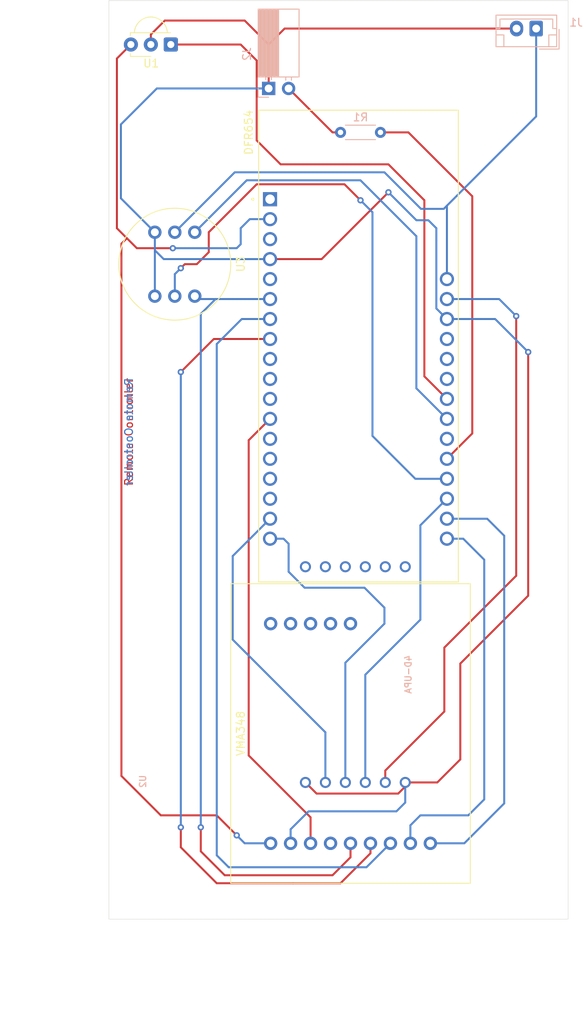
<source format=kicad_pcb>
(kicad_pcb (version 20171130) (host pcbnew "(5.1.9)-1")

  (general
    (thickness 1.6)
    (drawings 11)
    (tracks 171)
    (zones 0)
    (modules 8)
    (nets 19)
  )

  (page A4)
  (layers
    (0 F.Cu signal)
    (31 B.Cu signal)
    (32 B.Adhes user)
    (33 F.Adhes user)
    (34 B.Paste user)
    (35 F.Paste user)
    (36 B.SilkS user)
    (37 F.SilkS user)
    (38 B.Mask user)
    (39 F.Mask user)
    (40 Dwgs.User user)
    (41 Cmts.User user)
    (42 Eco1.User user)
    (43 Eco2.User user)
    (44 Edge.Cuts user)
    (45 Margin user)
    (46 B.CrtYd user)
    (47 F.CrtYd user)
    (48 B.Fab user)
    (49 F.Fab user)
  )

  (setup
    (last_trace_width 0.25)
    (trace_clearance 0.2)
    (zone_clearance 0.508)
    (zone_45_only no)
    (trace_min 0.006)
    (via_size 0.8)
    (via_drill 0.4)
    (via_min_size 0.027)
    (via_min_drill 0.3)
    (uvia_size 0.3)
    (uvia_drill 0.1)
    (uvias_allowed no)
    (uvia_min_size 0.027)
    (uvia_min_drill 0.1)
    (edge_width 0.05)
    (segment_width 0.2)
    (pcb_text_width 0.3)
    (pcb_text_size 1.5 1.5)
    (mod_edge_width 0.12)
    (mod_text_size 1 1)
    (mod_text_width 0.15)
    (pad_size 1.524 1.524)
    (pad_drill 0.762)
    (pad_to_mask_clearance 0)
    (aux_axis_origin 228.092 186.182)
    (visible_elements 7FFFFFFF)
    (pcbplotparams
      (layerselection 0x010fc_ffffffff)
      (usegerberextensions false)
      (usegerberattributes true)
      (usegerberadvancedattributes true)
      (creategerberjobfile true)
      (excludeedgelayer true)
      (linewidth 0.100000)
      (plotframeref false)
      (viasonmask false)
      (mode 1)
      (useauxorigin false)
      (hpglpennumber 1)
      (hpglpenspeed 20)
      (hpglpendiameter 15.000000)
      (psnegative false)
      (psa4output false)
      (plotreference true)
      (plotvalue true)
      (plotinvisibletext false)
      (padsonsilk false)
      (subtractmaskfromsilk false)
      (outputformat 1)
      (mirror false)
      (drillshape 1)
      (scaleselection 1)
      (outputdirectory ""))
  )

  (net 0 "")
  (net 1 "Net-(DFR654-Pad6)")
  (net 2 "Net-(DFR654-Pad10)")
  (net 3 "Net-(DFR654-Pad1)")
  (net 4 "Net-(DFR654-Pad3)")
  (net 5 "Net-(DFR654-Pad20)")
  (net 6 "Net-(DFR654-Pad18)")
  (net 7 "Net-(DFR654-Pad23)")
  (net 8 "Net-(DFR654-Pad19)")
  (net 9 "Net-(DFR654-Pad13)")
  (net 10 "Net-(DFR654-Pad17)")
  (net 11 "Net-(DFR654-Pad16)")
  (net 12 "Net-(DFR654-Pad12)")
  (net 13 "Net-(DFR654-Pad34)")
  (net 14 "Net-(DFR654-Pad11)")
  (net 15 "Net-(DFR654-Pad35)")
  (net 16 "Net-(DFR654-Pad36)")
  (net 17 "Net-(DFR654-Pad4)")
  (net 18 "Net-(J2-Pad2)")

  (net_class Default "This is the default net class."
    (clearance 0.2)
    (trace_width 0.25)
    (via_dia 0.8)
    (via_drill 0.4)
    (uvia_dia 0.3)
    (uvia_drill 0.1)
    (add_net "Net-(DFR654-Pad1)")
    (add_net "Net-(DFR654-Pad10)")
    (add_net "Net-(DFR654-Pad11)")
    (add_net "Net-(DFR654-Pad12)")
    (add_net "Net-(DFR654-Pad13)")
    (add_net "Net-(DFR654-Pad16)")
    (add_net "Net-(DFR654-Pad17)")
    (add_net "Net-(DFR654-Pad18)")
    (add_net "Net-(DFR654-Pad19)")
    (add_net "Net-(DFR654-Pad20)")
    (add_net "Net-(DFR654-Pad23)")
    (add_net "Net-(DFR654-Pad3)")
    (add_net "Net-(DFR654-Pad34)")
    (add_net "Net-(DFR654-Pad35)")
    (add_net "Net-(DFR654-Pad36)")
    (add_net "Net-(DFR654-Pad4)")
    (add_net "Net-(DFR654-Pad6)")
    (add_net "Net-(J2-Pad2)")
  )

  (module PCB_TFG:MODULE_DFR0654 (layer F.Cu) (tedit 6564BFF8) (tstamp 65618A86)
    (at 166.37 74.422)
    (path /655ABBC0)
    (fp_text reference DFR654 (at -13.97 -27.178 90) (layer F.SilkS)
      (effects (font (size 1 1) (thickness 0.15)))
    )
    (fp_text value ESP32-E (at -4.06 31.377) (layer F.Fab)
      (effects (font (size 1 1) (thickness 0.15)))
    )
    (fp_line (start 12.7 -30) (end 12.7 30) (layer F.Fab) (width 0.127))
    (fp_line (start -12.7 -30) (end -12.7 30) (layer F.Fab) (width 0.127))
    (fp_line (start 12.7 -30) (end 4.3 -30) (layer F.Fab) (width 0.127))
    (fp_line (start -4.3 -30) (end -12.7 -30) (layer F.Fab) (width 0.127))
    (fp_line (start 12.7 30) (end -12.7 30) (layer F.Fab) (width 0.127))
    (fp_line (start -4.3 -31.4) (end -4.3 -30) (layer F.Fab) (width 0.127))
    (fp_line (start 4.3 -31.4) (end -4.3 -31.4) (layer F.Fab) (width 0.127))
    (fp_line (start 4.3 -30) (end 4.3 -31.4) (layer F.Fab) (width 0.127))
    (fp_line (start 12.7 -30) (end 12.7 30) (layer F.SilkS) (width 0.127))
    (fp_line (start -12.7 -30) (end -12.7 30) (layer F.SilkS) (width 0.127))
    (fp_line (start 12.7 -30) (end -12.7 -30) (layer F.SilkS) (width 0.127))
    (fp_line (start 12.7 30) (end -12.7 30) (layer F.SilkS) (width 0.127))
    (fp_line (start -12.95 -31.65) (end -12.95 30.25) (layer F.CrtYd) (width 0.05))
    (fp_line (start -12.95 30.25) (end 12.95 30.25) (layer F.CrtYd) (width 0.05))
    (fp_line (start 12.95 30.25) (end 12.95 -31.65) (layer F.CrtYd) (width 0.05))
    (fp_line (start 12.95 -31.65) (end -12.95 -31.65) (layer F.CrtYd) (width 0.05))
    (fp_circle (center -13.45 -18.68) (end -13.35 -18.68) (layer F.SilkS) (width 0.2))
    (fp_circle (center -13.45 -18.68) (end -13.35 -18.68) (layer F.Fab) (width 0.2))
    (fp_line (start 4.3 -30) (end -4.3 -30) (layer F.Fab) (width 0.127))
    (pad 10 thru_hole circle (at 11.25 -8.52) (size 1.8 1.8) (drill 1.2) (layers *.Cu *.Mask)
      (net 2 "Net-(DFR654-Pad10)") (solder_mask_margin 0.102))
    (pad 11 thru_hole circle (at 11.25 -5.98) (size 1.8 1.8) (drill 1.2) (layers *.Cu *.Mask)
      (net 14 "Net-(DFR654-Pad11)") (solder_mask_margin 0.102))
    (pad 20 thru_hole circle (at 11.25 -3.44) (size 1.8 1.8) (drill 1.2) (layers *.Cu *.Mask)
      (net 5 "Net-(DFR654-Pad20)") (solder_mask_margin 0.102))
    (pad 24 thru_hole circle (at 11.25 -0.9) (size 1.8 1.8) (drill 1.2) (layers *.Cu *.Mask)
      (solder_mask_margin 0.102))
    (pad 27 thru_hole circle (at 11.25 1.64) (size 1.8 1.8) (drill 1.2) (layers *.Cu *.Mask)
      (solder_mask_margin 0.102))
    (pad 15 thru_hole circle (at 11.25 4.18) (size 1.8 1.8) (drill 1.2) (layers *.Cu *.Mask)
      (solder_mask_margin 0.102))
    (pad 35 thru_hole circle (at 11.25 6.72) (size 1.8 1.8) (drill 1.2) (layers *.Cu *.Mask)
      (net 15 "Net-(DFR654-Pad35)") (solder_mask_margin 0.102))
    (pad 34 thru_hole circle (at 11.25 9.26) (size 1.8 1.8) (drill 1.2) (layers *.Cu *.Mask)
      (net 13 "Net-(DFR654-Pad34)") (solder_mask_margin 0.102))
    (pad 39 thru_hole circle (at 11.25 11.8) (size 1.8 1.8) (drill 1.2) (layers *.Cu *.Mask)
      (solder_mask_margin 0.102))
    (pad 36 thru_hole circle (at 11.25 14.34) (size 1.8 1.8) (drill 1.2) (layers *.Cu *.Mask)
      (net 16 "Net-(DFR654-Pad36)") (solder_mask_margin 0.102))
    (pad 12 thru_hole circle (at 11.25 16.88) (size 1.8 1.8) (drill 1.2) (layers *.Cu *.Mask)
      (net 12 "Net-(DFR654-Pad12)") (solder_mask_margin 0.102))
    (pad 4 thru_hole circle (at 11.25 19.42) (size 1.8 1.8) (drill 1.2) (layers *.Cu *.Mask)
      (net 17 "Net-(DFR654-Pad4)") (solder_mask_margin 0.102))
    (pad 16 thru_hole circle (at 11.25 21.96) (size 1.8 1.8) (drill 1.2) (layers *.Cu *.Mask)
      (net 11 "Net-(DFR654-Pad16)") (solder_mask_margin 0.102))
    (pad 17 thru_hole circle (at 11.25 24.5) (size 1.8 1.8) (drill 1.2) (layers *.Cu *.Mask)
      (net 10 "Net-(DFR654-Pad17)") (solder_mask_margin 0.102))
    (pad 3 thru_hole circle (at -11.25 24.5) (size 1.8 1.8) (drill 1.2) (layers *.Cu *.Mask)
      (net 4 "Net-(DFR654-Pad3)") (solder_mask_margin 0.102))
    (pad 1 thru_hole circle (at -11.25 21.96) (size 1.8 1.8) (drill 1.2) (layers *.Cu *.Mask)
      (net 3 "Net-(DFR654-Pad1)") (solder_mask_margin 0.102))
    (pad 25 thru_hole circle (at -11.25 19.42) (size 1.8 1.8) (drill 1.2) (layers *.Cu *.Mask)
      (solder_mask_margin 0.102))
    (pad 26 thru_hole circle (at -11.25 16.88) (size 1.8 1.8) (drill 1.2) (layers *.Cu *.Mask)
      (solder_mask_margin 0.102))
    (pad 0 thru_hole circle (at -11.25 14.34) (size 1.8 1.8) (drill 1.2) (layers *.Cu *.Mask)
      (solder_mask_margin 0.102))
    (pad 14 thru_hole circle (at -11.25 11.8) (size 1.8 1.8) (drill 1.2) (layers *.Cu *.Mask)
      (solder_mask_margin 0.102))
    (pad 13 thru_hole circle (at -11.25 9.26) (size 1.8 1.8) (drill 1.2) (layers *.Cu *.Mask)
      (net 9 "Net-(DFR654-Pad13)") (solder_mask_margin 0.102))
    (pad 2 thru_hole circle (at -11.25 6.72) (size 1.8 1.8) (drill 1.2) (layers *.Cu *.Mask)
      (solder_mask_margin 0.102))
    (pad 21 thru_hole circle (at -11.25 4.18) (size 1.8 1.8) (drill 1.2) (layers *.Cu *.Mask)
      (solder_mask_margin 0.102))
    (pad 22 thru_hole circle (at -11.25 1.64) (size 1.8 1.8) (drill 1.2) (layers *.Cu *.Mask)
      (solder_mask_margin 0.102))
    (pad 19 thru_hole circle (at -11.25 -0.9) (size 1.8 1.8) (drill 1.2) (layers *.Cu *.Mask)
      (net 8 "Net-(DFR654-Pad19)") (solder_mask_margin 0.102))
    (pad 23 thru_hole circle (at -11.25 -3.44) (size 1.8 1.8) (drill 1.2) (layers *.Cu *.Mask)
      (net 7 "Net-(DFR654-Pad23)") (solder_mask_margin 0.102))
    (pad 18 thru_hole circle (at -11.25 -5.98) (size 1.8 1.8) (drill 1.2) (layers *.Cu *.Mask)
      (net 6 "Net-(DFR654-Pad18)") (solder_mask_margin 0.102))
    (pad 9 thru_hole circle (at -11.25 -8.52) (size 1.8 1.8) (drill 1.2) (layers *.Cu *.Mask)
      (solder_mask_margin 0.102))
    (pad 8 thru_hole circle (at -11.25 -11.06) (size 1.8 1.8) (drill 1.2) (layers *.Cu *.Mask)
      (net 5 "Net-(DFR654-Pad20)") (solder_mask_margin 0.102))
    (pad 7 thru_hole circle (at -11.25 -13.6) (size 1.8 1.8) (drill 1.2) (layers *.Cu *.Mask)
      (solder_mask_margin 0.102))
    (pad 6 thru_hole circle (at -11.25 -16.14) (size 1.8 1.8) (drill 1.2) (layers *.Cu *.Mask)
      (net 1 "Net-(DFR654-Pad6)") (solder_mask_margin 0.102))
    (pad 5 thru_hole rect (at -11.25 -18.68) (size 1.8 1.8) (drill 1.2) (layers *.Cu *.Mask)
      (solder_mask_margin 0.102))
    (model ${KISYS3DMOD}/DFR0654.3dshapes/DFR0654.step
      (offset (xyz 0 0 2.5))
      (scale (xyz 1 1 1))
      (rotate (xyz -90 0 0))
    )
    (model ${KISYS3DMOD}/Connector_PinHeader_2.54mm.3dshapes/PinHeader_1x14_P2.54mm_Vertical.step
      (offset (xyz 11.25 8.5 2.5))
      (scale (xyz 1 1 1))
      (rotate (xyz 0 180 0))
    )
    (model ${KISYS3DMOD}/Connector_PinHeader_2.54mm.3dshapes/PinHeader_1x18_P2.54mm_Vertical.step
      (offset (xyz -11.25 18.75 2.5))
      (scale (xyz 1 1 1))
      (rotate (xyz 0 -180 0))
    )
  )

  (module PCB_TFG:4D-UPA (layer B.Cu) (tedit 6564B376) (tstamp 65618B27)
    (at 139.7 132.334 90)
    (path /655D5AD8)
    (fp_text reference U2 (at 2.54 -0.762 90) (layer B.SilkS)
      (effects (font (size 0.8 0.8) (thickness 0.15)) (justify mirror))
    )
    (fp_text value 4D-UPA (at 0 0 90) (layer B.Fab)
      (effects (font (size 0.787402 0.787402) (thickness 0.15)) (justify mirror))
    )
    (fp_line (start 20.15 0) (end 32.3 0) (layer B.Fab) (width 0.127))
    (fp_line (start 0 0) (end 12.15 0) (layer B.Fab) (width 0.127))
    (fp_line (start 20.15 0) (end 20.15 -2) (layer B.Fab) (width 0.127))
    (fp_line (start 20.15 4) (end 20.15 0) (layer B.Fab) (width 0.127))
    (fp_line (start 12.15 4) (end 20.15 4) (layer B.Fab) (width 0.127))
    (fp_line (start 12.15 0) (end 12.15 4) (layer B.Fab) (width 0.127))
    (fp_line (start 12.15 -2) (end 12.15 0) (layer B.Fab) (width 0.127))
    (fp_line (start 12.15 -2) (end 20.15 -2) (layer B.Fab) (width 0.127))
    (fp_line (start 32.3 46.9) (end 32.3 0) (layer B.Fab) (width 0.127))
    (fp_line (start 0 46.9) (end 32.3 46.9) (layer B.Fab) (width 0.127))
    (fp_line (start 0 0) (end 0 46.9) (layer B.Fab) (width 0.127))
    (fp_text user 4D-UPA (at 16.15 33 90) (layer B.SilkS)
      (effects (font (size 0.8 0.8) (thickness 0.15)) (justify mirror))
    )
    (pad 7 thru_hole circle (at 29.84119 32.62 90) (size 1.408 1.408) (drill 0.9) (layers *.Cu *.Mask)
      (solder_mask_margin 0.102))
    (pad 9 thru_hole circle (at 29.84119 27.54 90) (size 1.408 1.408) (drill 0.9) (layers *.Cu *.Mask)
      (solder_mask_margin 0.102))
    (pad 8 thru_hole circle (at 29.84119 30.08 90) (size 1.408 1.408) (drill 0.9) (layers *.Cu *.Mask)
      (solder_mask_margin 0.102))
    (pad 10 thru_hole circle (at 29.84119 25 90) (size 1.408 1.408) (drill 0.9) (layers *.Cu *.Mask)
      (solder_mask_margin 0.102))
    (pad 11 thru_hole circle (at 29.84119 22.46 90) (size 1.408 1.408) (drill 0.9) (layers *.Cu *.Mask)
      (solder_mask_margin 0.102))
    (pad 12 thru_hole circle (at 29.84119 19.92 90) (size 1.408 1.408) (drill 0.9) (layers *.Cu *.Mask)
      (solder_mask_margin 0.102))
    (pad 6 thru_hole circle (at 2.40919 19.92 90) (size 1.408 1.408) (drill 0.9) (layers *.Cu *.Mask)
      (net 5 "Net-(DFR654-Pad20)") (solder_mask_margin 0.102))
    (pad 4 thru_hole circle (at 2.40919 25 90) (size 1.408 1.408) (drill 0.9) (layers *.Cu *.Mask)
      (net 4 "Net-(DFR654-Pad3)") (solder_mask_margin 0.102))
    (pad 5 thru_hole circle (at 2.40919 22.46 90) (size 1.408 1.408) (drill 0.9) (layers *.Cu *.Mask)
      (net 3 "Net-(DFR654-Pad1)") (solder_mask_margin 0.102))
    (pad 1 thru_hole circle (at 2.40919 32.62 90) (size 1.408 1.408) (drill 0.9) (layers *.Cu *.Mask)
      (net 5 "Net-(DFR654-Pad20)") (solder_mask_margin 0.102))
    (pad 2 thru_hole circle (at 2.40919 30.08 90) (size 1.408 1.408) (drill 0.9) (layers *.Cu *.Mask)
      (net 14 "Net-(DFR654-Pad11)") (solder_mask_margin 0.102))
    (pad 3 thru_hole circle (at 2.40919 27.54 90) (size 1.408 1.408) (drill 0.9) (layers *.Cu *.Mask)
      (net 17 "Net-(DFR654-Pad4)") (solder_mask_margin 0.102))
    (model :4d-upa:4D-UPA_simplestepmodel_R_1_1.STEP
      (offset (xyz -6 0.5 -32))
      (scale (xyz 1 1 1))
      (rotate (xyz 0 0 0))
    )
    (model ${KISYS3DMOD}/Connector_PinHeader_2.54mm.3dshapes/PinHeader_1x06_P2.54mm_Vertical.step
      (offset (xyz 2.5 32.5 2.5))
      (scale (xyz 1 1 1))
      (rotate (xyz 0 180 0))
    )
    (model ${KISYS3DMOD}/Connector_PinHeader_2.54mm.3dshapes/PinHeader_1x06_P2.54mm_Vertical.step
      (offset (xyz 30.5 32.5 2.5))
      (scale (xyz 1 1 1))
      (rotate (xyz 0 180 0))
    )
    (model :4d-upa:gen4-iod-24t_simplestepmodel_r_1_1/gen4-IoD-24T_simplestepmodel_R_1_1.STEP
      (offset (xyz 33 -6 76.3))
      (scale (xyz 1 1 1))
      (rotate (xyz 0 -180 90))
    )
    (model ${KISYS3DMOD}/Mounting_Wuerth.3dshapes/Mounting_Wuerth_WA-SMSE-external-M3_H10mm_9771100360.step
      (offset (xyz 35.5 5.5 0))
      (scale (xyz 1 1 1))
      (rotate (xyz 0 0 0))
    )
    (model ${KISYS3DMOD}/Mounting_Wuerth.3dshapes/Mounting_Wuerth_WA-SMSE-external-M3_H10mm_9771100360.step
      (offset (xyz 35.5 41.5 0))
      (scale (xyz 1 1 1))
      (rotate (xyz 0 0 0))
    )
  )

  (module Resistor_THT:R_Axial_DIN0204_L3.6mm_D1.6mm_P5.08mm_Horizontal (layer B.Cu) (tedit 5AE5139B) (tstamp 65652667)
    (at 169.164 47.244 180)
    (descr "Resistor, Axial_DIN0204 series, Axial, Horizontal, pin pitch=5.08mm, 0.167W, length*diameter=3.6*1.6mm^2, http://cdn-reichelt.de/documents/datenblatt/B400/1_4W%23YAG.pdf")
    (tags "Resistor Axial_DIN0204 series Axial Horizontal pin pitch 5.08mm 0.167W length 3.6mm diameter 1.6mm")
    (path /656532CF)
    (fp_text reference R1 (at 2.54 1.92 180) (layer B.SilkS)
      (effects (font (size 1 1) (thickness 0.15)) (justify mirror))
    )
    (fp_text value R (at 2.54 -1.92 180) (layer B.Fab)
      (effects (font (size 1 1) (thickness 0.15)) (justify mirror))
    )
    (fp_text user %R (at 2.54 0 180) (layer B.Fab)
      (effects (font (size 0.72 0.72) (thickness 0.108)) (justify mirror))
    )
    (fp_line (start 0.74 0.8) (end 0.74 -0.8) (layer B.Fab) (width 0.1))
    (fp_line (start 0.74 -0.8) (end 4.34 -0.8) (layer B.Fab) (width 0.1))
    (fp_line (start 4.34 -0.8) (end 4.34 0.8) (layer B.Fab) (width 0.1))
    (fp_line (start 4.34 0.8) (end 0.74 0.8) (layer B.Fab) (width 0.1))
    (fp_line (start 0 0) (end 0.74 0) (layer B.Fab) (width 0.1))
    (fp_line (start 5.08 0) (end 4.34 0) (layer B.Fab) (width 0.1))
    (fp_line (start 0.62 0.92) (end 4.46 0.92) (layer B.SilkS) (width 0.12))
    (fp_line (start 0.62 -0.92) (end 4.46 -0.92) (layer B.SilkS) (width 0.12))
    (fp_line (start -0.95 1.05) (end -0.95 -1.05) (layer B.CrtYd) (width 0.05))
    (fp_line (start -0.95 -1.05) (end 6.03 -1.05) (layer B.CrtYd) (width 0.05))
    (fp_line (start 6.03 -1.05) (end 6.03 1.05) (layer B.CrtYd) (width 0.05))
    (fp_line (start 6.03 1.05) (end -0.95 1.05) (layer B.CrtYd) (width 0.05))
    (pad 2 thru_hole oval (at 5.08 0 180) (size 1.4 1.4) (drill 0.7) (layers *.Cu *.Mask)
      (net 18 "Net-(J2-Pad2)"))
    (pad 1 thru_hole circle (at 0 0 180) (size 1.4 1.4) (drill 0.7) (layers *.Cu *.Mask)
      (net 16 "Net-(DFR654-Pad36)"))
    (model ${KISYS3DMOD}/Resistor_THT.3dshapes/R_Axial_DIN0204_L3.6mm_D1.6mm_P5.08mm_Horizontal.wrl
      (at (xyz 0 0 0))
      (scale (xyz 1 1 1))
      (rotate (xyz 0 0 0))
    )
  )

  (module PCB_TFG:PinHeader_1x09_P2.54mm_Vertical (layer F.Cu) (tedit 655BBB18) (tstamp 65618B48)
    (at 165.608 123.698 90)
    (descr "Through hole straight pin header, 1x09, 2.54mm pitch, single row")
    (tags "Through hole pin header THT 1x09 2.54mm single row")
    (path /655ACF17)
    (fp_text reference VMA348 (at 0 -14.224 90) (layer F.SilkS)
      (effects (font (size 1 1) (thickness 0.15)))
    )
    (fp_text value RFM69HCW_BREACKOUT (at 0 27.686 90) (layer F.Fab)
      (effects (font (size 1 1) (thickness 0.15)))
    )
    (fp_line (start 19.05 14.986) (end -19.05 14.986) (layer F.SilkS) (width 0.12))
    (fp_line (start 19.05 -15.494) (end -19.05 -15.494) (layer F.SilkS) (width 0.12))
    (fp_line (start -19.05 -15.494) (end -19.05 14.986) (layer F.SilkS) (width 0.12))
    (fp_line (start 19.05 -15.494) (end 19.05 14.986) (layer F.SilkS) (width 0.12))
    (pad 9 thru_hole oval (at -13.97 9.906 90) (size 1.7 1.7) (drill 1) (layers *.Cu *.Mask)
      (net 11 "Net-(DFR654-Pad16)"))
    (pad 8 thru_hole oval (at -13.97 7.366 90) (size 1.7 1.7) (drill 1) (layers *.Cu *.Mask)
      (net 10 "Net-(DFR654-Pad17)"))
    (pad 7 thru_hole oval (at -13.97 4.826 90) (size 1.7 1.7) (drill 1) (layers *.Cu *.Mask)
      (net 7 "Net-(DFR654-Pad23)"))
    (pad 6 thru_hole oval (at -13.97 2.286 90) (size 1.7 1.7) (drill 1) (layers *.Cu *.Mask)
      (net 8 "Net-(DFR654-Pad19)"))
    (pad 5 thru_hole oval (at -13.97 -0.254 90) (size 1.7 1.7) (drill 1) (layers *.Cu *.Mask)
      (net 6 "Net-(DFR654-Pad18)"))
    (pad 4 thru_hole oval (at -13.97 -2.794 90) (size 1.7 1.7) (drill 1) (layers *.Cu *.Mask))
    (pad 3 thru_hole oval (at -13.97 -5.334 90) (size 1.7 1.7) (drill 1) (layers *.Cu *.Mask)
      (net 9 "Net-(DFR654-Pad13)"))
    (pad 2 thru_hole oval (at -13.97 -7.874 90) (size 1.7 1.7) (drill 1) (layers *.Cu *.Mask)
      (net 5 "Net-(DFR654-Pad20)"))
    (pad 1 thru_hole circle (at -13.97 -10.414 90) (size 1.7 1.7) (drill 1) (layers *.Cu *.Mask)
      (net 1 "Net-(DFR654-Pad6)"))
    (pad 13 thru_hole oval (at 13.97 -2.794 90) (size 1.7 1.7) (drill 1) (layers *.Cu *.Mask))
    (pad 11 thru_hole oval (at 13.97 -7.874 90) (size 1.7 1.7) (drill 1) (layers *.Cu *.Mask))
    (pad 10 thru_hole circle (at 13.97 -10.414 90) (size 1.7 1.7) (drill 1) (layers *.Cu *.Mask))
    (pad 14 thru_hole oval (at 13.97 -0.254 90) (size 1.7 1.7) (drill 1) (layers *.Cu *.Mask))
    (pad 12 thru_hole oval (at 13.97 -5.334 90) (size 1.7 1.7) (drill 1) (layers *.Cu *.Mask))
    (model ${KISYS3DMOD}/Connector_PinHeader_2.54mm.3dshapes/PinHeader_1x09_P2.54mm_Vertical.wrl
      (offset (xyz -13.75 10.5 2.5))
      (scale (xyz 1 1 1))
      (rotate (xyz 0 -180 0))
    )
    (model ${KISYS3DMOD}/Connector_PinHeader_2.54mm.3dshapes/PinHeader_1x05_P2.54mm_Vertical.wrl
      (offset (xyz 14 10 2.5))
      (scale (xyz 1 1 1))
      (rotate (xyz 0 -180 0))
    )
    (model ${KISYS3DMOD}/Package_BGA.3dshapes/TFBGA-265_14x14mm_Layout17x17_P0.8mm.step
      (offset (xyz 0.5 0 2.5))
      (scale (xyz 2.3 1.8 1))
      (rotate (xyz 0 0 0))
    )
    (model ${KISYS3DMOD}/RF_Module.3dshapes/ZETA-433-SO_THT.wrl
      (offset (xyz -5 5 4))
      (scale (xyz 1 1 1))
      (rotate (xyz 0 0 0))
    )
  )

  (module PCB_TFG:PinSocket_1x03_P2.54mm_Vertical (layer F.Cu) (tedit 655BB091) (tstamp 65618B32)
    (at 143.002 64.008 270)
    (descr "Through hole straight socket strip, 1x03, 2.54mm pitch, single row (from Kicad 4.0.7), script generated")
    (tags "Through hole socket strip THT 1x03 2.54mm single row")
    (path /655BE072)
    (fp_text reference U3 (at 0 -8.382 270) (layer F.SilkS)
      (effects (font (size 1 1) (thickness 0.15)))
    )
    (fp_text value INMP41_Breakout (at 0 7.366 270) (layer F.Fab)
      (effects (font (size 1 1) (thickness 0.15)))
    )
    (fp_circle (center 0 0) (end -7.112 -0.254) (layer F.SilkS) (width 0.12))
    (pad 3 thru_hole oval (at 4.064 2.54 270) (size 1.7 1.7) (drill 1) (layers *.Cu *.Mask)
      (net 5 "Net-(DFR654-Pad20)"))
    (pad 2 thru_hole oval (at 4.064 0 270) (size 1.7 1.7) (drill 1) (layers *.Cu *.Mask)
      (net 12 "Net-(DFR654-Pad12)"))
    (pad 1 thru_hole circle (at 4.064 -2.54 270) (size 1.7 1.7) (drill 1) (layers *.Cu *.Mask)
      (net 6 "Net-(DFR654-Pad18)"))
    (pad 6 thru_hole oval (at -4.064 2.54 270) (size 1.7 1.7) (drill 1) (layers *.Cu *.Mask)
      (net 5 "Net-(DFR654-Pad20)"))
    (pad 5 thru_hole oval (at -4.064 0 270) (size 1.7 1.7) (drill 1) (layers *.Cu *.Mask)
      (net 2 "Net-(DFR654-Pad10)"))
    (pad 4 thru_hole circle (at -4.064 -2.54 270) (size 1.7 1.7) (drill 1) (layers *.Cu *.Mask)
      (net 13 "Net-(DFR654-Pad34)"))
    (model ${KISYS3DMOD}/Connector_PinHeader_2.54mm.3dshapes/PinHeader_1x03_P2.54mm_Vertical.step
      (offset (xyz -4 2.5 2.5))
      (scale (xyz 1 1 1))
      (rotate (xyz 0 -180 0))
    )
    (model ${KISYS3DMOD}/Connector_PinHeader_2.54mm.3dshapes/PinHeader_1x03_P2.54mm_Vertical.step
      (offset (xyz 4 2.5 2.5))
      (scale (xyz 1 1 1))
      (rotate (xyz 0 180 0))
    )
    (model ${KISYS3DMOD}/Package_BGA.3dshapes/BGA-1023_33.0x33.0mm_Layout32x32_P1.0mm.wrl
      (offset (xyz 0 0 2))
      (scale (xyz 0.4001 0.3 1.5))
      (rotate (xyz 0 0 0))
    )
  )

  (module OptoDevice:Vishay_MINICAST-3Pin (layer F.Cu) (tedit 5B8886B7) (tstamp 65618AF3)
    (at 142.494 36.068 180)
    (descr "IR Receiver Vishay TSOP-xxxx, MINICAST package, see https://www.vishay.com/docs/82669/tsop32s40f.pdf")
    (tags "IR Receiver Vishay TSOP-xxxx MINICAST")
    (path /655BEF87)
    (fp_text reference U1 (at 2.5 -2.4 180) (layer F.SilkS)
      (effects (font (size 1 1) (thickness 0.15)))
    )
    (fp_text value TSOP581xx (at 2.55 4.6 180) (layer F.Fab)
      (effects (font (size 1 1) (thickness 0.15)))
    )
    (fp_line (start 0.79 -1.4) (end 0.04 -0.65) (layer F.Fab) (width 0.1))
    (fp_line (start 6.23 3.7) (end -1.15 3.7) (layer F.CrtYd) (width 0.05))
    (fp_line (start 6.23 3.7) (end 6.23 -1.65) (layer F.CrtYd) (width 0.05))
    (fp_line (start -1.15 -1.65) (end -1.15 3.7) (layer F.CrtYd) (width 0.05))
    (fp_line (start -1.15 -1.65) (end 6.23 -1.65) (layer F.CrtYd) (width 0.05))
    (fp_line (start 0.04 1.4) (end 0.04 -0.65) (layer F.Fab) (width 0.1))
    (fp_line (start 5.04 1.4) (end 0.04 1.4) (layer F.Fab) (width 0.1))
    (fp_line (start 5.04 -1.4) (end 5.04 1.4) (layer F.Fab) (width 0.1))
    (fp_line (start 0.79 -1.4) (end 5.04 -1.4) (layer F.Fab) (width 0.1))
    (fp_line (start 5.14 1.5) (end 0.05 1.5) (layer F.SilkS) (width 0.12))
    (fp_line (start 5.14 1.16) (end 5.14 1.5) (layer F.SilkS) (width 0.12))
    (fp_line (start 5.14 -1.51) (end 2.54 -1.51) (layer F.SilkS) (width 0.12))
    (fp_line (start 5.14 -1.16) (end 5.14 -1.51) (layer F.SilkS) (width 0.12))
    (fp_text user %R (at 2.54 0) (layer F.Fab)
      (effects (font (size 1 1) (thickness 0.15)))
    )
    (fp_arc (start 2.54 1.4) (end 4.64 1.5) (angle 174.5) (layer F.SilkS) (width 0.12))
    (fp_arc (start 2.54 1.4) (end 4.54 1.4) (angle 180) (layer F.Fab) (width 0.1))
    (pad 1 thru_hole roundrect (at 0 0 180) (size 1.8 1.8) (drill 0.9) (layers *.Cu *.Mask) (roundrect_rratio 0.139)
      (net 15 "Net-(DFR654-Pad35)"))
    (pad 2 thru_hole circle (at 2.54 0 180) (size 1.8 1.8) (drill 0.9) (layers *.Cu *.Mask)
      (net 5 "Net-(DFR654-Pad20)"))
    (pad 3 thru_hole circle (at 5.08 0 180) (size 1.8 1.8) (drill 0.9) (layers *.Cu *.Mask)
      (net 1 "Net-(DFR654-Pad6)"))
    (model ${KISYS3DMOD}/OptoDevice.3dshapes/Vishay_MINICAST-3Pin.wrl
      (at (xyz 0 0 0))
      (scale (xyz 1 1 1))
      (rotate (xyz 0 0 0))
    )
  )

  (module Connector_PinSocket_2.54mm:PinSocket_1x02_P2.54mm_Horizontal (layer B.Cu) (tedit 5A19A41B) (tstamp 65618ADC)
    (at 154.94 41.656 270)
    (descr "Through hole angled socket strip, 1x02, 2.54mm pitch, 8.51mm socket length, single row (from Kicad 4.0.7), script generated")
    (tags "Through hole angled socket strip THT 1x02 2.54mm single row")
    (path /655D51C2)
    (fp_text reference J2 (at -4.38 2.77 270) (layer B.SilkS)
      (effects (font (size 1 1) (thickness 0.15)) (justify mirror))
    )
    (fp_text value Conn_01x02_Male (at -4.38 -5.31 270) (layer B.Fab)
      (effects (font (size 1 1) (thickness 0.15)) (justify mirror))
    )
    (fp_line (start 1.75 -4.35) (end 1.75 1.75) (layer B.CrtYd) (width 0.05))
    (fp_line (start -10.55 -4.35) (end 1.75 -4.35) (layer B.CrtYd) (width 0.05))
    (fp_line (start -10.55 1.75) (end -10.55 -4.35) (layer B.CrtYd) (width 0.05))
    (fp_line (start 1.75 1.75) (end -10.55 1.75) (layer B.CrtYd) (width 0.05))
    (fp_line (start 0 1.33) (end 1.11 1.33) (layer B.SilkS) (width 0.12))
    (fp_line (start 1.11 1.33) (end 1.11 0) (layer B.SilkS) (width 0.12))
    (fp_line (start -10.09 1.33) (end -10.09 -3.87) (layer B.SilkS) (width 0.12))
    (fp_line (start -10.09 -3.87) (end -1.46 -3.87) (layer B.SilkS) (width 0.12))
    (fp_line (start -1.46 1.33) (end -1.46 -3.87) (layer B.SilkS) (width 0.12))
    (fp_line (start -10.09 1.33) (end -1.46 1.33) (layer B.SilkS) (width 0.12))
    (fp_line (start -10.09 -1.27) (end -1.46 -1.27) (layer B.SilkS) (width 0.12))
    (fp_line (start -1.46 -2.9) (end -1.05 -2.9) (layer B.SilkS) (width 0.12))
    (fp_line (start -1.46 -2.18) (end -1.05 -2.18) (layer B.SilkS) (width 0.12))
    (fp_line (start -1.46 -0.36) (end -1.11 -0.36) (layer B.SilkS) (width 0.12))
    (fp_line (start -1.46 0.36) (end -1.11 0.36) (layer B.SilkS) (width 0.12))
    (fp_line (start -10.09 -1.1519) (end -1.46 -1.1519) (layer B.SilkS) (width 0.12))
    (fp_line (start -10.09 -1.033805) (end -1.46 -1.033805) (layer B.SilkS) (width 0.12))
    (fp_line (start -10.09 -0.91571) (end -1.46 -0.91571) (layer B.SilkS) (width 0.12))
    (fp_line (start -10.09 -0.797615) (end -1.46 -0.797615) (layer B.SilkS) (width 0.12))
    (fp_line (start -10.09 -0.67952) (end -1.46 -0.67952) (layer B.SilkS) (width 0.12))
    (fp_line (start -10.09 -0.561425) (end -1.46 -0.561425) (layer B.SilkS) (width 0.12))
    (fp_line (start -10.09 -0.44333) (end -1.46 -0.44333) (layer B.SilkS) (width 0.12))
    (fp_line (start -10.09 -0.325235) (end -1.46 -0.325235) (layer B.SilkS) (width 0.12))
    (fp_line (start -10.09 -0.20714) (end -1.46 -0.20714) (layer B.SilkS) (width 0.12))
    (fp_line (start -10.09 -0.089045) (end -1.46 -0.089045) (layer B.SilkS) (width 0.12))
    (fp_line (start -10.09 0.02905) (end -1.46 0.02905) (layer B.SilkS) (width 0.12))
    (fp_line (start -10.09 0.147145) (end -1.46 0.147145) (layer B.SilkS) (width 0.12))
    (fp_line (start -10.09 0.26524) (end -1.46 0.26524) (layer B.SilkS) (width 0.12))
    (fp_line (start -10.09 0.383335) (end -1.46 0.383335) (layer B.SilkS) (width 0.12))
    (fp_line (start -10.09 0.50143) (end -1.46 0.50143) (layer B.SilkS) (width 0.12))
    (fp_line (start -10.09 0.619525) (end -1.46 0.619525) (layer B.SilkS) (width 0.12))
    (fp_line (start -10.09 0.73762) (end -1.46 0.73762) (layer B.SilkS) (width 0.12))
    (fp_line (start -10.09 0.855715) (end -1.46 0.855715) (layer B.SilkS) (width 0.12))
    (fp_line (start -10.09 0.97381) (end -1.46 0.97381) (layer B.SilkS) (width 0.12))
    (fp_line (start -10.09 1.091905) (end -1.46 1.091905) (layer B.SilkS) (width 0.12))
    (fp_line (start -10.09 1.21) (end -1.46 1.21) (layer B.SilkS) (width 0.12))
    (fp_line (start 0 -2.84) (end 0 -2.24) (layer B.Fab) (width 0.1))
    (fp_line (start -1.52 -2.84) (end 0 -2.84) (layer B.Fab) (width 0.1))
    (fp_line (start 0 -2.24) (end -1.52 -2.24) (layer B.Fab) (width 0.1))
    (fp_line (start 0 -0.3) (end 0 0.3) (layer B.Fab) (width 0.1))
    (fp_line (start -1.52 -0.3) (end 0 -0.3) (layer B.Fab) (width 0.1))
    (fp_line (start 0 0.3) (end -1.52 0.3) (layer B.Fab) (width 0.1))
    (fp_line (start -10.03 -3.81) (end -10.03 1.27) (layer B.Fab) (width 0.1))
    (fp_line (start -1.52 -3.81) (end -10.03 -3.81) (layer B.Fab) (width 0.1))
    (fp_line (start -1.52 0.3) (end -1.52 -3.81) (layer B.Fab) (width 0.1))
    (fp_line (start -2.49 1.27) (end -1.52 0.3) (layer B.Fab) (width 0.1))
    (fp_line (start -10.03 1.27) (end -2.49 1.27) (layer B.Fab) (width 0.1))
    (fp_text user %R (at -5.775 -1.27 270) (layer B.Fab)
      (effects (font (size 1 1) (thickness 0.15)) (justify mirror))
    )
    (pad 1 thru_hole rect (at 0 0 270) (size 1.7 1.7) (drill 1) (layers *.Cu *.Mask)
      (net 5 "Net-(DFR654-Pad20)"))
    (pad 2 thru_hole oval (at 0 -2.54 270) (size 1.7 1.7) (drill 1) (layers *.Cu *.Mask)
      (net 18 "Net-(J2-Pad2)"))
    (model ${KISYS3DMOD}/Connector_PinSocket_2.54mm.3dshapes/PinSocket_1x02_P2.54mm_Horizontal.wrl
      (at (xyz 0 0 0))
      (scale (xyz 1 1 1))
      (rotate (xyz 0 0 0))
    )
    (model ${KISYS3DMOD}/LED_THT.3dshapes/LED_D3.0mm_IRBlack.step
      (offset (xyz -10.5 0 1.5))
      (scale (xyz 1 1 1))
      (rotate (xyz -90 0 90))
    )
  )

  (module Connector_JST:JST_EH_B2B-EH-A_1x02_P2.50mm_Vertical (layer B.Cu) (tedit 5C28142C) (tstamp 65618AA6)
    (at 188.976 34.036 180)
    (descr "JST EH series connector, B2B-EH-A (http://www.jst-mfg.com/product/pdf/eng/eEH.pdf), generated with kicad-footprint-generator")
    (tags "connector JST EH vertical")
    (path /655B5915)
    (fp_text reference J1 (at -5.08 0.762) (layer B.SilkS)
      (effects (font (size 1 1) (thickness 0.15)) (justify mirror))
    )
    (fp_text value Conn_01x02_Female (at 1.25 -3.4) (layer B.Fab)
      (effects (font (size 1 1) (thickness 0.15)) (justify mirror))
    )
    (fp_line (start -2.91 -2.61) (end -0.41 -2.61) (layer B.Fab) (width 0.1))
    (fp_line (start -2.91 -0.11) (end -2.91 -2.61) (layer B.Fab) (width 0.1))
    (fp_line (start -2.91 -2.61) (end -0.41 -2.61) (layer B.SilkS) (width 0.12))
    (fp_line (start -2.91 -0.11) (end -2.91 -2.61) (layer B.SilkS) (width 0.12))
    (fp_line (start 4.11 -0.81) (end 4.11 -2.31) (layer B.SilkS) (width 0.12))
    (fp_line (start 5.11 -0.81) (end 4.11 -0.81) (layer B.SilkS) (width 0.12))
    (fp_line (start -1.61 -0.81) (end -1.61 -2.31) (layer B.SilkS) (width 0.12))
    (fp_line (start -2.61 -0.81) (end -1.61 -0.81) (layer B.SilkS) (width 0.12))
    (fp_line (start 4.61 0) (end 5.11 0) (layer B.SilkS) (width 0.12))
    (fp_line (start 4.61 1.21) (end 4.61 0) (layer B.SilkS) (width 0.12))
    (fp_line (start -2.11 1.21) (end 4.61 1.21) (layer B.SilkS) (width 0.12))
    (fp_line (start -2.11 0) (end -2.11 1.21) (layer B.SilkS) (width 0.12))
    (fp_line (start -2.61 0) (end -2.11 0) (layer B.SilkS) (width 0.12))
    (fp_line (start 5.11 1.71) (end -2.61 1.71) (layer B.SilkS) (width 0.12))
    (fp_line (start 5.11 -2.31) (end 5.11 1.71) (layer B.SilkS) (width 0.12))
    (fp_line (start -2.61 -2.31) (end 5.11 -2.31) (layer B.SilkS) (width 0.12))
    (fp_line (start -2.61 1.71) (end -2.61 -2.31) (layer B.SilkS) (width 0.12))
    (fp_line (start 5.5 2.1) (end -3 2.1) (layer B.CrtYd) (width 0.05))
    (fp_line (start 5.5 -2.7) (end 5.5 2.1) (layer B.CrtYd) (width 0.05))
    (fp_line (start -3 -2.7) (end 5.5 -2.7) (layer B.CrtYd) (width 0.05))
    (fp_line (start -3 2.1) (end -3 -2.7) (layer B.CrtYd) (width 0.05))
    (fp_line (start 5 1.6) (end -2.5 1.6) (layer B.Fab) (width 0.1))
    (fp_line (start 5 -2.2) (end 5 1.6) (layer B.Fab) (width 0.1))
    (fp_line (start -2.5 -2.2) (end 5 -2.2) (layer B.Fab) (width 0.1))
    (fp_line (start -2.5 1.6) (end -2.5 -2.2) (layer B.Fab) (width 0.1))
    (fp_text user %R (at 1.25 -1.5) (layer B.Fab)
      (effects (font (size 1 1) (thickness 0.15)) (justify mirror))
    )
    (pad 1 thru_hole roundrect (at 0 0 180) (size 1.7 2) (drill 1) (layers *.Cu *.Mask) (roundrect_rratio 0.147059)
      (net 2 "Net-(DFR654-Pad10)"))
    (pad 2 thru_hole oval (at 2.5 0 180) (size 1.7 2) (drill 1) (layers *.Cu *.Mask)
      (net 5 "Net-(DFR654-Pad20)"))
    (model ${KISYS3DMOD}/Connector_JST.3dshapes/JST_EH_B2B-EH-A_1x02_P2.50mm_Vertical.wrl
      (at (xyz 0 0 0))
      (scale (xyz 1 1 1))
      (rotate (xyz 0 0 0))
    )
  )

  (gr_text "Remote Controller" (at 137.16 85.344 90) (layer B.Cu) (tstamp 6561ED41)
    (effects (font (size 1 1) (thickness 0.15)) (justify mirror))
  )
  (gr_text "Remote Controller" (at 137.16 85.344 90) (layer F.Cu)
    (effects (font (size 1 1) (thickness 0.15)))
  )
  (gr_text "Remote Controller\n" (at 137.668 90.932 -90) (layer B.Mask) (tstamp 6561DC3C)
    (effects (font (size 1.5 1.5) (thickness 0.3)) (justify mirror))
  )
  (gr_text "Remote Controller\n" (at 137.668 90.932 -90) (layer F.Mask)
    (effects (font (size 1.5 1.5) (thickness 0.3)))
  )
  (dimension 116.84 (width 0.15) (layer Dwgs.User)
    (gr_text "116.840 mm" (at 124.43 88.9 90) (layer Dwgs.User)
      (effects (font (size 1 1) (thickness 0.15)))
    )
    (feature1 (pts (xy 134.62 30.48) (xy 125.143579 30.48)))
    (feature2 (pts (xy 134.62 147.32) (xy 125.143579 147.32)))
    (crossbar (pts (xy 125.73 147.32) (xy 125.73 30.48)))
    (arrow1a (pts (xy 125.73 30.48) (xy 126.316421 31.606504)))
    (arrow1b (pts (xy 125.73 30.48) (xy 125.143579 31.606504)))
    (arrow2a (pts (xy 125.73 147.32) (xy 126.316421 146.193496)))
    (arrow2b (pts (xy 125.73 147.32) (xy 125.143579 146.193496)))
  )
  (dimension 58.42 (width 0.15) (layer Dwgs.User)
    (gr_text "58.420 mm" (at 163.83 161.32) (layer Dwgs.User)
      (effects (font (size 1 1) (thickness 0.15)))
    )
    (feature1 (pts (xy 134.62 147.32) (xy 134.62 160.606421)))
    (feature2 (pts (xy 193.04 147.32) (xy 193.04 160.606421)))
    (crossbar (pts (xy 193.04 160.02) (xy 134.62 160.02)))
    (arrow1a (pts (xy 134.62 160.02) (xy 135.746504 159.433579)))
    (arrow1b (pts (xy 134.62 160.02) (xy 135.746504 160.606421)))
    (arrow2a (pts (xy 193.04 160.02) (xy 191.913496 159.433579)))
    (arrow2b (pts (xy 193.04 160.02) (xy 191.913496 160.606421)))
  )
  (gr_line (start 193.04 30.48) (end 185.166 30.48) (layer Edge.Cuts) (width 0.05) (tstamp 65619FF0))
  (gr_line (start 193.04 147.32) (end 193.04 30.48) (layer Edge.Cuts) (width 0.05))
  (gr_line (start 134.62 30.48) (end 185.166 30.48) (layer Edge.Cuts) (width 0.05))
  (gr_line (start 134.62 147.32) (end 134.62 30.48) (layer Edge.Cuts) (width 0.05))
  (gr_line (start 193.04 147.32) (end 134.62 147.32) (layer Edge.Cuts) (width 0.05))

  (segment (start 155.12 58.282) (end 152.538 58.282) (width 0.25) (layer B.Cu) (net 1))
  (segment (start 152.538 58.282) (end 151.384 59.436) (width 0.25) (layer B.Cu) (net 1))
  (segment (start 151.384 59.436) (end 151.384 61.468) (width 0.25) (layer B.Cu) (net 1))
  (via (at 142.748 61.976) (size 0.8) (drill 0.4) (layers F.Cu B.Cu) (net 1))
  (segment (start 150.876 61.976) (end 142.748 61.976) (width 0.25) (layer B.Cu) (net 1))
  (segment (start 151.384 61.468) (end 150.876 61.976) (width 0.25) (layer B.Cu) (net 1))
  (segment (start 142.748 61.976) (end 138.176 61.976) (width 0.25) (layer F.Cu) (net 1))
  (segment (start 135.636 37.846) (end 137.414 36.068) (width 0.25) (layer F.Cu) (net 1))
  (segment (start 135.636 59.436) (end 135.636 37.846) (width 0.25) (layer F.Cu) (net 1))
  (via (at 150.876 136.652) (size 0.8) (drill 0.4) (layers F.Cu B.Cu) (net 1))
  (segment (start 151.892 137.668) (end 150.876 136.652) (width 0.25) (layer B.Cu) (net 1))
  (segment (start 155.194 137.668) (end 151.892 137.668) (width 0.25) (layer B.Cu) (net 1))
  (segment (start 150.876 136.652) (end 148.336 134.112) (width 0.25) (layer F.Cu) (net 1))
  (segment (start 148.336 134.112) (end 141.224 134.112) (width 0.25) (layer F.Cu) (net 1))
  (segment (start 136.21237 61.39963) (end 136.906 60.706) (width 0.25) (layer F.Cu) (net 1))
  (segment (start 136.21237 129.10037) (end 136.21237 61.39963) (width 0.25) (layer F.Cu) (net 1))
  (segment (start 141.224 134.112) (end 136.21237 129.10037) (width 0.25) (layer F.Cu) (net 1))
  (segment (start 136.906 60.706) (end 135.636 59.436) (width 0.25) (layer F.Cu) (net 1))
  (segment (start 138.176 61.976) (end 136.906 60.706) (width 0.25) (layer F.Cu) (net 1))
  (segment (start 177.62 65.902) (end 177.62 56.568) (width 0.25) (layer B.Cu) (net 2))
  (segment (start 188.976 45.212) (end 188.976 34.036) (width 0.25) (layer B.Cu) (net 2))
  (segment (start 177.62 56.568) (end 188.976 45.212) (width 0.25) (layer B.Cu) (net 2))
  (segment (start 177.220999 56.967001) (end 174.315001 56.967001) (width 0.25) (layer B.Cu) (net 2))
  (segment (start 177.62 56.568) (end 177.220999 56.967001) (width 0.25) (layer B.Cu) (net 2))
  (segment (start 174.315001 56.967001) (end 169.672 52.324) (width 0.25) (layer B.Cu) (net 2))
  (segment (start 150.622 52.324) (end 143.002 59.944) (width 0.25) (layer B.Cu) (net 2))
  (segment (start 169.672 52.324) (end 150.622 52.324) (width 0.25) (layer B.Cu) (net 2))
  (segment (start 162.16 129.92481) (end 162.16 123.552) (width 0.25) (layer B.Cu) (net 3))
  (segment (start 162.16 123.552) (end 150.368 111.76) (width 0.25) (layer B.Cu) (net 3))
  (segment (start 150.368 101.134) (end 155.12 96.382) (width 0.25) (layer B.Cu) (net 3))
  (segment (start 150.368 111.76) (end 150.368 101.134) (width 0.25) (layer B.Cu) (net 3))
  (segment (start 157.48 103.124) (end 157.48 99.568) (width 0.25) (layer B.Cu) (net 4))
  (segment (start 159.512 105.156) (end 157.48 103.124) (width 0.25) (layer B.Cu) (net 4))
  (segment (start 156.834 98.922) (end 155.12 98.922) (width 0.25) (layer B.Cu) (net 4))
  (segment (start 167.132 105.156) (end 159.512 105.156) (width 0.25) (layer B.Cu) (net 4))
  (segment (start 169.672 107.696) (end 167.132 105.156) (width 0.25) (layer B.Cu) (net 4))
  (segment (start 157.48 99.568) (end 156.834 98.922) (width 0.25) (layer B.Cu) (net 4))
  (segment (start 169.672 109.728) (end 169.672 107.696) (width 0.25) (layer B.Cu) (net 4))
  (segment (start 164.7 114.7) (end 169.672 109.728) (width 0.25) (layer B.Cu) (net 4))
  (segment (start 164.7 129.92481) (end 164.7 114.7) (width 0.25) (layer B.Cu) (net 4))
  (segment (start 154.94 41.656) (end 154.94 36.068) (width 0.25) (layer F.Cu) (net 5))
  (segment (start 156.972 34.036) (end 186.476 34.036) (width 0.25) (layer F.Cu) (net 5))
  (segment (start 154.94 36.068) (end 156.972 34.036) (width 0.25) (layer F.Cu) (net 5))
  (segment (start 154.94 36.068) (end 151.892 33.02) (width 0.25) (layer F.Cu) (net 5))
  (segment (start 151.892 33.02) (end 141.732 33.02) (width 0.25) (layer F.Cu) (net 5))
  (segment (start 139.954 34.798) (end 139.954 36.068) (width 0.25) (layer F.Cu) (net 5))
  (segment (start 141.732 33.02) (end 139.954 34.798) (width 0.25) (layer F.Cu) (net 5))
  (segment (start 141.594 63.362) (end 140.462 62.23) (width 0.25) (layer B.Cu) (net 5))
  (segment (start 155.12 63.362) (end 141.594 63.362) (width 0.25) (layer B.Cu) (net 5))
  (segment (start 140.462 62.23) (end 140.462 68.072) (width 0.25) (layer B.Cu) (net 5))
  (segment (start 140.462 59.944) (end 140.462 62.23) (width 0.25) (layer B.Cu) (net 5))
  (segment (start 136.144 55.626) (end 140.462 59.944) (width 0.25) (layer B.Cu) (net 5))
  (segment (start 136.144 46.228) (end 136.144 55.626) (width 0.25) (layer B.Cu) (net 5))
  (segment (start 140.716 41.656) (end 136.144 46.228) (width 0.25) (layer B.Cu) (net 5))
  (segment (start 154.94 41.656) (end 140.716 41.656) (width 0.25) (layer B.Cu) (net 5))
  (segment (start 177.62 70.982) (end 176.276 69.638) (width 0.25) (layer B.Cu) (net 5))
  (segment (start 176.276 69.638) (end 176.276 60.96) (width 0.25) (layer B.Cu) (net 5))
  (segment (start 176.276 59.436) (end 175.26 58.42) (width 0.25) (layer B.Cu) (net 5))
  (segment (start 176.276 60.96) (end 176.276 59.436) (width 0.25) (layer B.Cu) (net 5))
  (segment (start 175.26 58.42) (end 173.736 58.42) (width 0.25) (layer B.Cu) (net 5))
  (via (at 170.18 54.864) (size 0.8) (drill 0.4) (layers F.Cu B.Cu) (net 5))
  (segment (start 173.736 58.42) (end 170.18 54.864) (width 0.25) (layer B.Cu) (net 5))
  (segment (start 161.682 63.362) (end 155.12 63.362) (width 0.25) (layer F.Cu) (net 5))
  (segment (start 170.18 54.864) (end 161.682 63.362) (width 0.25) (layer F.Cu) (net 5))
  (segment (start 159.62 129.92481) (end 161.036 131.34081) (width 0.25) (layer F.Cu) (net 5))
  (segment (start 161.036 131.34081) (end 171.42719 131.34081) (width 0.25) (layer F.Cu) (net 5))
  (segment (start 172.32 130.448) (end 172.32 129.92481) (width 0.25) (layer F.Cu) (net 5))
  (segment (start 171.42719 131.34081) (end 172.32 130.448) (width 0.25) (layer F.Cu) (net 5))
  (segment (start 172.32 129.92481) (end 172.32 132.48) (width 0.25) (layer B.Cu) (net 5))
  (segment (start 172.32 132.48) (end 171.196 133.604) (width 0.25) (layer B.Cu) (net 5))
  (segment (start 157.734 137.668) (end 157.734 135.89) (width 0.25) (layer B.Cu) (net 5))
  (segment (start 157.734 135.89) (end 160.02 133.604) (width 0.25) (layer B.Cu) (net 5))
  (segment (start 160.02 133.604) (end 171.196 133.604) (width 0.25) (layer B.Cu) (net 5))
  (segment (start 172.32 129.92481) (end 176.39919 129.92481) (width 0.25) (layer F.Cu) (net 5))
  (segment (start 176.39919 129.92481) (end 179.324 127) (width 0.25) (layer F.Cu) (net 5))
  (segment (start 179.324 127) (end 179.324 114.808) (width 0.25) (layer F.Cu) (net 5))
  (via (at 187.96 75.184) (size 0.8) (drill 0.4) (layers F.Cu B.Cu) (net 5))
  (segment (start 187.96 106.172) (end 187.96 75.184) (width 0.25) (layer F.Cu) (net 5))
  (segment (start 179.324 114.808) (end 187.96 106.172) (width 0.25) (layer F.Cu) (net 5))
  (segment (start 183.758 70.982) (end 177.62 70.982) (width 0.25) (layer B.Cu) (net 5))
  (segment (start 187.96 75.184) (end 183.758 70.982) (width 0.25) (layer B.Cu) (net 5))
  (segment (start 145.912 68.442) (end 145.542 68.072) (width 0.25) (layer B.Cu) (net 6))
  (segment (start 165.354 137.668) (end 165.354 139.446) (width 0.25) (layer F.Cu) (net 6))
  (segment (start 165.354 139.446) (end 163.068 141.732) (width 0.25) (layer F.Cu) (net 6))
  (segment (start 163.068 141.732) (end 149.352 141.732) (width 0.25) (layer F.Cu) (net 6))
  (segment (start 149.352 141.732) (end 146.304 138.684) (width 0.25) (layer F.Cu) (net 6))
  (via (at 146.304 135.636) (size 0.8) (drill 0.4) (layers F.Cu B.Cu) (net 6))
  (segment (start 146.304 138.684) (end 146.304 135.636) (width 0.25) (layer F.Cu) (net 6))
  (segment (start 146.304 70.336) (end 148.198 68.442) (width 0.25) (layer B.Cu) (net 6))
  (segment (start 146.304 135.636) (end 146.304 70.336) (width 0.25) (layer B.Cu) (net 6))
  (segment (start 148.198 68.442) (end 145.912 68.442) (width 0.25) (layer B.Cu) (net 6))
  (segment (start 155.12 68.442) (end 148.198 68.442) (width 0.25) (layer B.Cu) (net 6))
  (segment (start 170.434 137.668) (end 167.386 140.716) (width 0.25) (layer B.Cu) (net 7))
  (segment (start 167.386 140.716) (end 149.86 140.716) (width 0.25) (layer B.Cu) (net 7))
  (segment (start 149.86 140.716) (end 148.336 139.192) (width 0.25) (layer B.Cu) (net 7))
  (segment (start 148.336 139.192) (end 148.336 74.168) (width 0.25) (layer B.Cu) (net 7))
  (segment (start 151.522 70.982) (end 155.12 70.982) (width 0.25) (layer B.Cu) (net 7))
  (segment (start 148.336 74.168) (end 151.522 70.982) (width 0.25) (layer B.Cu) (net 7))
  (segment (start 167.894 137.668) (end 167.894 138.938) (width 0.25) (layer F.Cu) (net 8))
  (segment (start 167.894 138.938) (end 164.084 142.748) (width 0.25) (layer F.Cu) (net 8))
  (segment (start 164.084 142.748) (end 158.045002 142.748) (width 0.25) (layer F.Cu) (net 8))
  (segment (start 158.045002 142.748) (end 148.336 142.748) (width 0.25) (layer F.Cu) (net 8))
  (via (at 143.764 135.636) (size 0.8) (drill 0.4) (layers F.Cu B.Cu) (net 8))
  (segment (start 143.764 138.176) (end 143.764 135.636) (width 0.25) (layer F.Cu) (net 8))
  (segment (start 148.336 142.748) (end 143.764 138.176) (width 0.25) (layer F.Cu) (net 8))
  (via (at 143.764 77.724) (size 0.8) (drill 0.4) (layers F.Cu B.Cu) (net 8))
  (segment (start 143.764 135.636) (end 143.764 77.724) (width 0.25) (layer B.Cu) (net 8))
  (segment (start 147.966 73.522) (end 155.12 73.522) (width 0.25) (layer F.Cu) (net 8))
  (segment (start 143.764 77.724) (end 147.966 73.522) (width 0.25) (layer F.Cu) (net 8))
  (segment (start 160.274 137.668) (end 160.274 134.366) (width 0.25) (layer F.Cu) (net 9))
  (segment (start 160.274 134.366) (end 152.4 126.492) (width 0.25) (layer F.Cu) (net 9))
  (segment (start 152.4 86.402) (end 155.12 83.682) (width 0.25) (layer F.Cu) (net 9))
  (segment (start 152.4 126.492) (end 152.4 86.402) (width 0.25) (layer F.Cu) (net 9))
  (segment (start 182.372 101.6) (end 179.694 98.922) (width 0.25) (layer B.Cu) (net 10))
  (segment (start 182.372 132.08) (end 182.372 101.6) (width 0.25) (layer B.Cu) (net 10))
  (segment (start 180.34 134.112) (end 182.372 132.08) (width 0.25) (layer B.Cu) (net 10))
  (segment (start 174.244 134.112) (end 180.34 134.112) (width 0.25) (layer B.Cu) (net 10))
  (segment (start 179.694 98.922) (end 177.62 98.922) (width 0.25) (layer B.Cu) (net 10))
  (segment (start 172.974 135.382) (end 174.244 134.112) (width 0.25) (layer B.Cu) (net 10))
  (segment (start 172.974 137.668) (end 172.974 135.382) (width 0.25) (layer B.Cu) (net 10))
  (segment (start 175.514 137.668) (end 179.832 137.668) (width 0.25) (layer B.Cu) (net 11))
  (segment (start 179.832 137.668) (end 184.912 132.588) (width 0.25) (layer B.Cu) (net 11))
  (segment (start 184.912 132.588) (end 184.912 98.552) (width 0.25) (layer B.Cu) (net 11))
  (segment (start 182.742 96.382) (end 177.62 96.382) (width 0.25) (layer B.Cu) (net 11))
  (segment (start 184.912 98.552) (end 182.742 96.382) (width 0.25) (layer B.Cu) (net 11))
  (segment (start 143.002 68.072) (end 143.002 65.278) (width 0.25) (layer B.Cu) (net 12))
  (via (at 143.764 64.516) (size 0.8) (drill 0.4) (layers F.Cu B.Cu) (net 12))
  (segment (start 143.002 65.278) (end 143.764 64.516) (width 0.25) (layer B.Cu) (net 12))
  (segment (start 143.764 64.516) (end 144.272 64.008) (width 0.25) (layer F.Cu) (net 12))
  (segment (start 144.272 64.008) (end 145.796 64.008) (width 0.25) (layer F.Cu) (net 12))
  (segment (start 145.796 64.008) (end 147.32 62.484) (width 0.25) (layer F.Cu) (net 12))
  (segment (start 147.32 62.484) (end 147.32 59.944) (width 0.25) (layer F.Cu) (net 12))
  (segment (start 147.32 59.944) (end 153.416 53.848) (width 0.25) (layer F.Cu) (net 12))
  (via (at 166.624 55.88) (size 0.8) (drill 0.4) (layers F.Cu B.Cu) (net 12))
  (segment (start 164.592 53.848) (end 166.624 55.88) (width 0.25) (layer F.Cu) (net 12))
  (segment (start 153.416 53.848) (end 164.592 53.848) (width 0.25) (layer F.Cu) (net 12))
  (segment (start 173.598 91.302) (end 177.62 91.302) (width 0.25) (layer B.Cu) (net 12))
  (segment (start 168.148 85.852) (end 173.598 91.302) (width 0.25) (layer B.Cu) (net 12))
  (segment (start 168.148 57.404) (end 168.148 85.852) (width 0.25) (layer B.Cu) (net 12))
  (segment (start 166.624 55.88) (end 168.148 57.404) (width 0.25) (layer B.Cu) (net 12))
  (segment (start 145.542 59.944) (end 152.146 53.34) (width 0.25) (layer B.Cu) (net 13))
  (segment (start 152.146 53.34) (end 166.624 53.34) (width 0.25) (layer B.Cu) (net 13))
  (segment (start 166.624 53.34) (end 173.736 60.452) (width 0.25) (layer B.Cu) (net 13))
  (segment (start 173.736 79.798) (end 177.62 83.682) (width 0.25) (layer B.Cu) (net 13))
  (segment (start 173.736 60.452) (end 173.736 79.798) (width 0.25) (layer B.Cu) (net 13))
  (segment (start 169.78 129.92481) (end 169.78 128.416) (width 0.25) (layer F.Cu) (net 14))
  (segment (start 169.78 128.416) (end 177.292 120.904) (width 0.25) (layer F.Cu) (net 14))
  (segment (start 177.292 120.904) (end 177.292 112.776) (width 0.25) (layer F.Cu) (net 14))
  (segment (start 177.292 112.776) (end 186.436 103.632) (width 0.25) (layer F.Cu) (net 14))
  (via (at 186.436 70.612) (size 0.8) (drill 0.4) (layers F.Cu B.Cu) (net 14))
  (segment (start 186.436 103.632) (end 186.436 70.612) (width 0.25) (layer F.Cu) (net 14))
  (segment (start 184.266 68.442) (end 177.62 68.442) (width 0.25) (layer B.Cu) (net 14))
  (segment (start 186.436 70.612) (end 184.266 68.442) (width 0.25) (layer B.Cu) (net 14))
  (segment (start 174.752 78.274) (end 177.62 81.142) (width 0.25) (layer F.Cu) (net 15))
  (segment (start 174.752 55.88) (end 174.752 78.274) (width 0.25) (layer F.Cu) (net 15))
  (segment (start 156.464 51.308) (end 170.18 51.308) (width 0.25) (layer F.Cu) (net 15))
  (segment (start 153.416 48.26) (end 156.464 51.308) (width 0.25) (layer F.Cu) (net 15))
  (segment (start 153.416 38.1) (end 153.416 48.26) (width 0.25) (layer F.Cu) (net 15))
  (segment (start 151.384 36.068) (end 153.416 38.1) (width 0.25) (layer F.Cu) (net 15))
  (segment (start 170.18 51.308) (end 174.752 55.88) (width 0.25) (layer F.Cu) (net 15))
  (segment (start 142.494 36.068) (end 151.384 36.068) (width 0.25) (layer F.Cu) (net 15))
  (segment (start 169.164 47.244) (end 172.72 47.244) (width 0.25) (layer F.Cu) (net 16))
  (segment (start 172.72 47.244) (end 180.848 55.372) (width 0.25) (layer F.Cu) (net 16))
  (segment (start 180.848 85.534) (end 177.62 88.762) (width 0.25) (layer F.Cu) (net 16))
  (segment (start 180.848 55.372) (end 180.848 85.534) (width 0.25) (layer F.Cu) (net 16))
  (segment (start 167.24 129.92481) (end 167.24 116.224) (width 0.25) (layer B.Cu) (net 17))
  (segment (start 167.24 116.224) (end 174.244 109.22) (width 0.25) (layer B.Cu) (net 17))
  (segment (start 174.244 97.218) (end 177.62 93.842) (width 0.25) (layer B.Cu) (net 17))
  (segment (start 174.244 109.22) (end 174.244 97.218) (width 0.25) (layer B.Cu) (net 17))
  (segment (start 163.068 47.244) (end 164.084 47.244) (width 0.25) (layer F.Cu) (net 18))
  (segment (start 157.48 41.656) (end 163.068 47.244) (width 0.25) (layer F.Cu) (net 18))

  (zone (net 0) (net_name "") (layer B.Mask) (tstamp 65653983) (hatch edge 0.508)
    (connect_pads (clearance 0.508))
    (min_thickness 0.254)
    (fill yes (arc_segments 32) (thermal_gap 0.508) (thermal_bridge_width 0.508))
    (polygon
      (pts
        (xy 193.04 147.32) (xy 134.62 147.32) (xy 134.62 30.48) (xy 193.04 30.48)
      )
    )
    (filled_polygon
      (pts
        (xy 192.913 147.193) (xy 134.747 147.193) (xy 134.747 30.607) (xy 192.913 30.607)
      )
    )
  )
  (zone (net 0) (net_name "") (layer F.Mask) (tstamp 65653980) (hatch edge 0.508)
    (connect_pads (clearance 0.508))
    (min_thickness 0.254)
    (fill yes (arc_segments 32) (thermal_gap 0.508) (thermal_bridge_width 0.508))
    (polygon
      (pts
        (xy 193.04 147.32) (xy 134.62 147.32) (xy 134.62 30.48) (xy 193.04 30.48)
      )
    )
    (filled_polygon
      (pts
        (xy 192.913 147.193) (xy 134.747 147.193) (xy 134.747 30.607) (xy 192.913 30.607)
      )
    )
  )
)

</source>
